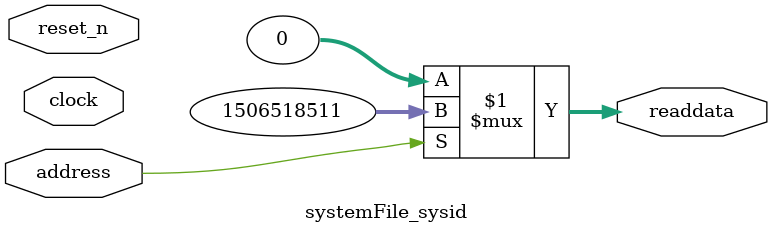
<source format=v>



// synthesis translate_off
`timescale 1ns / 1ps
// synthesis translate_on

// turn off superfluous verilog processor warnings 
// altera message_level Level1 
// altera message_off 10034 10035 10036 10037 10230 10240 10030 

module systemFile_sysid (
               // inputs:
                address,
                clock,
                reset_n,

               // outputs:
                readdata
             )
;

  output  [ 31: 0] readdata;
  input            address;
  input            clock;
  input            reset_n;

  wire    [ 31: 0] readdata;
  //control_slave, which is an e_avalon_slave
  assign readdata = address ? 1506518511 : 0;

endmodule



</source>
